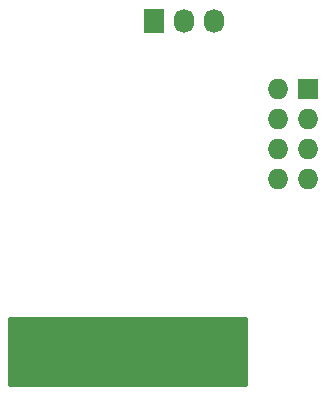
<source format=gbr>
G04 #@! TF.FileFunction,Soldermask,Bot*
%FSLAX46Y46*%
G04 Gerber Fmt 4.6, Leading zero omitted, Abs format (unit mm)*
G04 Created by KiCad (PCBNEW 4.0.2+e4-6225~38~ubuntu14.04.1-stable) date Fri 29 Jul 2016 09:52:58 PM PDT*
%MOMM*%
G01*
G04 APERTURE LIST*
%ADD10C,0.100000*%
%ADD11C,0.650240*%
%ADD12R,0.650240X4.599940*%
%ADD13R,0.650240X3.599180*%
%ADD14R,1.727200X2.032000*%
%ADD15O,1.727200X2.032000*%
%ADD16R,1.727200X1.727200*%
%ADD17O,1.727200X1.727200*%
%ADD18C,0.254000*%
G04 APERTURE END LIST*
D10*
D11*
X140500400Y-102301240D03*
D12*
X159499600Y-100000000D03*
X158498840Y-100000000D03*
X157500620Y-100000000D03*
X156499860Y-100000000D03*
X155499100Y-100000000D03*
X154500880Y-100000000D03*
X153500120Y-100000000D03*
X152499360Y-100000000D03*
X151501140Y-100000000D03*
X150500380Y-100000000D03*
X149499620Y-100000000D03*
X144500900Y-100000000D03*
X143500140Y-100000000D03*
X142499380Y-100000000D03*
D13*
X141501160Y-99499620D03*
D12*
X140500400Y-100000000D03*
X146499880Y-100000000D03*
X145499120Y-100000000D03*
D11*
X157500620Y-102301240D03*
X156499860Y-102301240D03*
X155499100Y-102301240D03*
X154500880Y-102301240D03*
X153500120Y-102301240D03*
X152499360Y-102301240D03*
X151501140Y-102301240D03*
X150500380Y-102301240D03*
X149499620Y-102301240D03*
X159499600Y-102301240D03*
X146499880Y-102301240D03*
X145499120Y-102301240D03*
X144500900Y-102301240D03*
X143500140Y-102301240D03*
X142499380Y-102301240D03*
X158498840Y-102301240D03*
D14*
X152260000Y-72500000D03*
D15*
X154800000Y-72500000D03*
X157340000Y-72500000D03*
D16*
X165270000Y-78190000D03*
D17*
X162730000Y-78190000D03*
X165270000Y-80730000D03*
X162730000Y-80730000D03*
X165270000Y-83270000D03*
X162730000Y-83270000D03*
X165270000Y-85810000D03*
X162730000Y-85810000D03*
D18*
G36*
X160023000Y-103298000D02*
X139977000Y-103298000D01*
X139977000Y-97602000D01*
X160023000Y-97602000D01*
X160023000Y-103298000D01*
X160023000Y-103298000D01*
G37*
X160023000Y-103298000D02*
X139977000Y-103298000D01*
X139977000Y-97602000D01*
X160023000Y-97602000D01*
X160023000Y-103298000D01*
M02*

</source>
